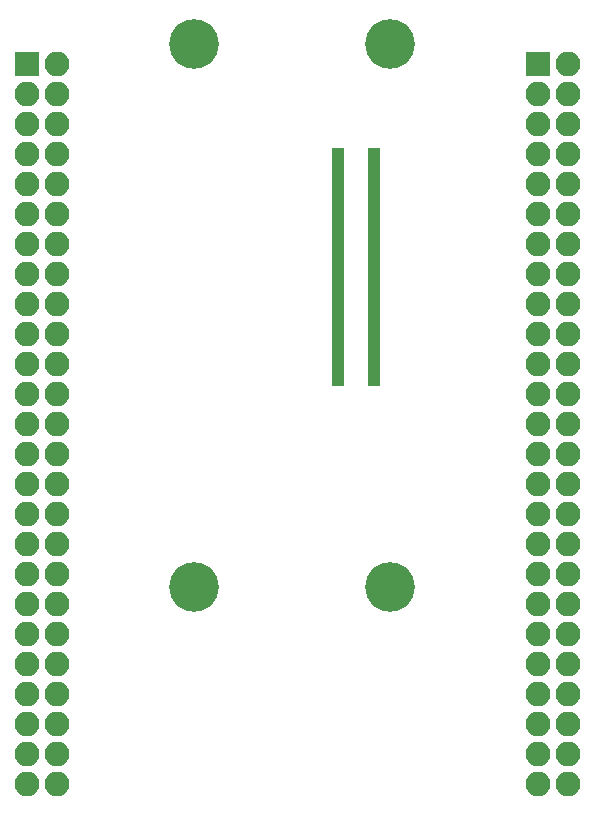
<source format=gts>
G04 #@! TF.FileFunction,Soldermask,Top*
%FSLAX46Y46*%
G04 Gerber Fmt 4.6, Leading zero omitted, Abs format (unit mm)*
G04 Created by KiCad (PCBNEW 4.0.1-stable) date 2019/01/19 9:27:24*
%MOMM*%
G01*
G04 APERTURE LIST*
%ADD10C,0.100000*%
%ADD11R,2.100000X2.100000*%
%ADD12O,2.100000X2.100000*%
%ADD13R,1.100000X0.600000*%
%ADD14C,4.200000*%
G04 APERTURE END LIST*
D10*
D11*
X114404300Y-68020000D03*
D12*
X116944300Y-68020000D03*
X114404300Y-70560000D03*
X116944300Y-70560000D03*
X114404300Y-73100000D03*
X116944300Y-73100000D03*
X114404300Y-75640000D03*
X116944300Y-75640000D03*
X114404300Y-78180000D03*
X116944300Y-78180000D03*
X114404300Y-80720000D03*
X116944300Y-80720000D03*
X114404300Y-83260000D03*
X116944300Y-83260000D03*
X114404300Y-85800000D03*
X116944300Y-85800000D03*
X114404300Y-88340000D03*
X116944300Y-88340000D03*
X114404300Y-90880000D03*
X116944300Y-90880000D03*
X114404300Y-93420000D03*
X116944300Y-93420000D03*
X114404300Y-95960000D03*
X116944300Y-95960000D03*
X114404300Y-98500000D03*
X116944300Y-98500000D03*
X114404300Y-101040000D03*
X116944300Y-101040000D03*
X114404300Y-103580000D03*
X116944300Y-103580000D03*
X114404300Y-106120000D03*
X116944300Y-106120000D03*
X114404300Y-108660000D03*
X116944300Y-108660000D03*
X114404300Y-111200000D03*
X116944300Y-111200000D03*
X114404300Y-113740000D03*
X116944300Y-113740000D03*
X114404300Y-116280000D03*
X116944300Y-116280000D03*
X114404300Y-118820000D03*
X116944300Y-118820000D03*
X114404300Y-121360000D03*
X116944300Y-121360000D03*
X114404300Y-123900000D03*
X116944300Y-123900000D03*
X114404300Y-126440000D03*
X116944300Y-126440000D03*
X114404300Y-128980000D03*
X116944300Y-128980000D03*
D11*
X157740000Y-68020000D03*
D12*
X160280000Y-68020000D03*
X157740000Y-70560000D03*
X160280000Y-70560000D03*
X157740000Y-73100000D03*
X160280000Y-73100000D03*
X157740000Y-75640000D03*
X160280000Y-75640000D03*
X157740000Y-78180000D03*
X160280000Y-78180000D03*
X157740000Y-80720000D03*
X160280000Y-80720000D03*
X157740000Y-83260000D03*
X160280000Y-83260000D03*
X157740000Y-85800000D03*
X160280000Y-85800000D03*
X157740000Y-88340000D03*
X160280000Y-88340000D03*
X157740000Y-90880000D03*
X160280000Y-90880000D03*
X157740000Y-93420000D03*
X160280000Y-93420000D03*
X157740000Y-95960000D03*
X160280000Y-95960000D03*
X157740000Y-98500000D03*
X160280000Y-98500000D03*
X157740000Y-101040000D03*
X160280000Y-101040000D03*
X157740000Y-103580000D03*
X160280000Y-103580000D03*
X157740000Y-106120000D03*
X160280000Y-106120000D03*
X157740000Y-108660000D03*
X160280000Y-108660000D03*
X157740000Y-111200000D03*
X160280000Y-111200000D03*
X157740000Y-113740000D03*
X160280000Y-113740000D03*
X157740000Y-116280000D03*
X160280000Y-116280000D03*
X157740000Y-118820000D03*
X160280000Y-118820000D03*
X157740000Y-121360000D03*
X160280000Y-121360000D03*
X157740000Y-123900000D03*
X160280000Y-123900000D03*
X157740000Y-126440000D03*
X160280000Y-126440000D03*
X157740000Y-128980000D03*
X160280000Y-128980000D03*
D13*
X140779777Y-75399671D03*
X143859777Y-75399671D03*
X140779777Y-75799671D03*
X143859777Y-75799671D03*
X140779777Y-76199671D03*
X143859777Y-76199671D03*
X140779777Y-76599671D03*
X143859777Y-76599671D03*
X140779777Y-76999671D03*
X143859777Y-76999671D03*
X140779777Y-77399671D03*
X143859777Y-77399671D03*
X140779777Y-77799671D03*
X143859777Y-77799671D03*
X140779777Y-78199671D03*
X143859777Y-78199671D03*
X140779777Y-78599671D03*
X143859777Y-78599671D03*
X140779777Y-78999671D03*
X143859777Y-78999671D03*
X140779777Y-79399671D03*
X143859777Y-79399671D03*
X140779777Y-79799671D03*
X143859777Y-79799671D03*
X140779777Y-80199671D03*
X143859777Y-80199671D03*
X140779777Y-80599671D03*
X143859777Y-80599671D03*
X140779777Y-80999671D03*
X143859777Y-80999671D03*
X140779777Y-81399671D03*
X143859777Y-81399671D03*
X140779777Y-81799671D03*
X143859777Y-81799671D03*
X140779777Y-82199671D03*
X143859777Y-82199671D03*
X140779777Y-82599671D03*
X143859777Y-82599671D03*
X140779777Y-82999671D03*
X143859777Y-82999671D03*
X140779777Y-83399671D03*
X143859777Y-83399671D03*
X140779777Y-83799671D03*
X143859777Y-83799671D03*
X140779777Y-84199671D03*
X143859777Y-84199671D03*
X140779777Y-84599671D03*
X143859777Y-84599671D03*
X140779777Y-84999671D03*
X143859777Y-84999671D03*
X140779777Y-85399671D03*
X143859777Y-85399671D03*
X140779777Y-85799671D03*
X143859777Y-85799671D03*
X140779777Y-86199671D03*
X143859777Y-86199671D03*
X140779777Y-86599671D03*
X143859777Y-86599671D03*
X140779777Y-86999671D03*
X143859777Y-86999671D03*
X140779777Y-87399671D03*
X143859777Y-87399671D03*
X140779777Y-87799671D03*
X143859777Y-87799671D03*
X140779777Y-88199671D03*
X143859777Y-88199671D03*
X140779777Y-88599671D03*
X143859777Y-88599671D03*
X140779777Y-88999671D03*
X143859777Y-88999671D03*
X140779777Y-89399671D03*
X143859777Y-89399671D03*
X140779777Y-89799671D03*
X143859777Y-89799671D03*
X140779777Y-90199671D03*
X143859777Y-90199671D03*
X140779777Y-90599671D03*
X143859777Y-90599671D03*
X140779777Y-90999671D03*
X143859777Y-90999671D03*
X140779777Y-91399671D03*
X143859777Y-91399671D03*
X140779777Y-91799671D03*
X143859777Y-91799671D03*
X140779777Y-92199671D03*
X143859777Y-92199671D03*
X140779777Y-92599671D03*
X143859777Y-92599671D03*
X140779777Y-92999671D03*
X143859777Y-92999671D03*
X140779777Y-93399671D03*
X143859777Y-93399671D03*
X140779777Y-93799671D03*
X143859777Y-93799671D03*
X140779777Y-94199671D03*
X143859777Y-94199671D03*
X140779777Y-94599671D03*
X143859777Y-94599671D03*
X140779777Y-94999671D03*
X143859777Y-94999671D03*
D14*
X145150000Y-66300000D03*
X128550000Y-66300000D03*
X128550000Y-112300000D03*
X145150000Y-112300000D03*
M02*

</source>
